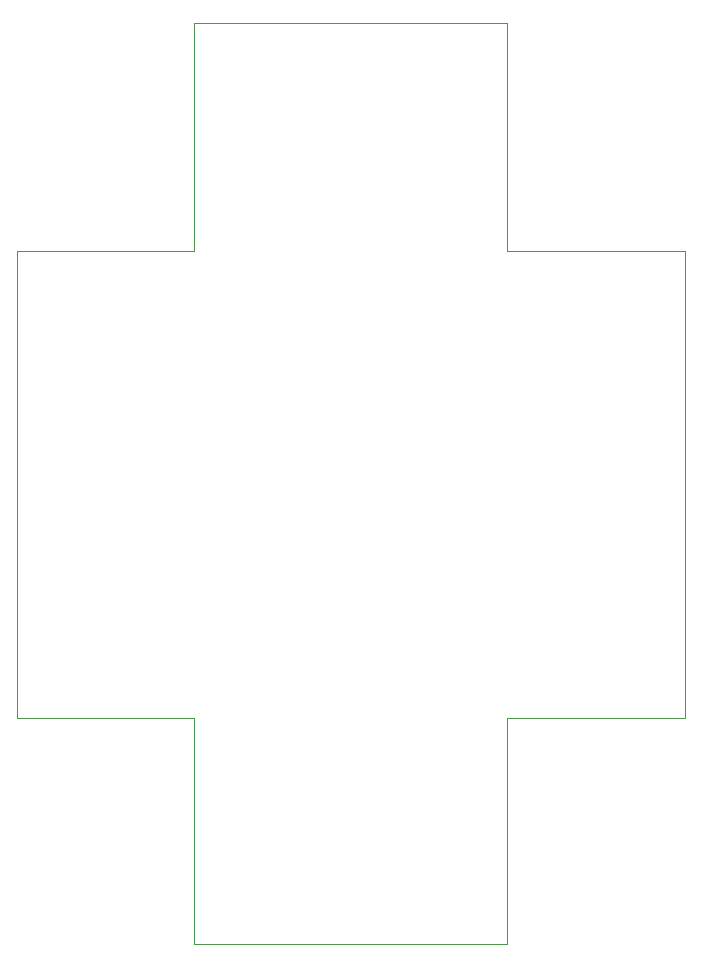
<source format=gm1>
G04 #@! TF.GenerationSoftware,KiCad,Pcbnew,7.0.8-7.0.8~ubuntu22.04.1*
G04 #@! TF.CreationDate,2024-01-26T15:23:50+01:00*
G04 #@! TF.ProjectId,bogie,626f6769-652e-46b6-9963-61645f706362,rev?*
G04 #@! TF.SameCoordinates,Original*
G04 #@! TF.FileFunction,Profile,NP*
%FSLAX46Y46*%
G04 Gerber Fmt 4.6, Leading zero omitted, Abs format (unit mm)*
G04 Created by KiCad (PCBNEW 7.0.8-7.0.8~ubuntu22.04.1) date 2024-01-26 15:23:50*
%MOMM*%
%LPD*%
G01*
G04 APERTURE LIST*
G04 #@! TA.AperFunction,Profile*
%ADD10C,0.100000*%
G04 #@! TD*
G04 APERTURE END LIST*
D10*
X115400000Y-20500000D02*
X88900000Y-20500000D01*
X115400000Y-98500000D02*
X115400000Y-79300000D01*
X88900000Y-20500000D02*
X88900000Y-39800000D01*
X73900000Y-79300000D02*
X88900000Y-79300000D01*
X88900000Y-39800000D02*
X73900000Y-39800000D01*
X115400000Y-39800000D02*
X115400000Y-20500000D01*
X73900000Y-39800000D02*
X73900000Y-79300000D01*
X130400000Y-39800000D02*
X115400000Y-39800000D01*
X88900000Y-98500000D02*
X115400000Y-98500000D01*
X88900000Y-79300000D02*
X88900000Y-98500000D01*
X130400000Y-79300000D02*
X130400000Y-39800000D01*
X115400000Y-79300000D02*
X130400000Y-79300000D01*
M02*

</source>
